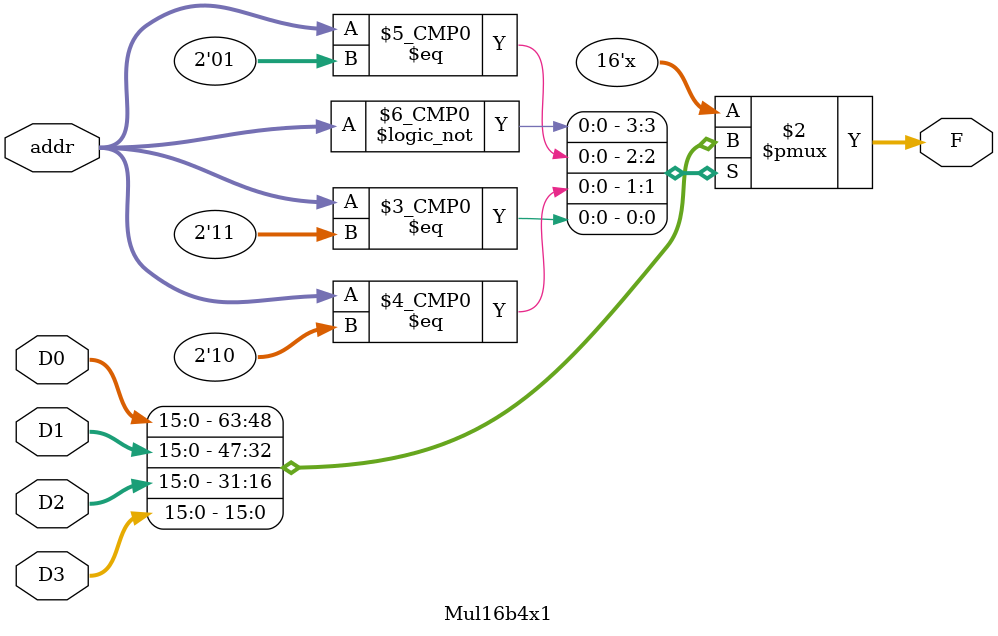
<source format=v>
`timescale 1ns / 1ps
module Mul16b4x1(
	input [1:0] addr,
	input [15:0] D0,
	input [15:0] D1,
    input [15:0] D2,
    input [15:0] D3,
	output reg [15:0] F);
    always @(*) begin
        case (addr)
            2'b00: F = D0;
            2'b01: F = D1;
            2'b10: F = D2;
            2'b11: F = D3;
            default: F = 16'b0; // Default case to avoid latches
        endcase
    end
endmodule

</source>
